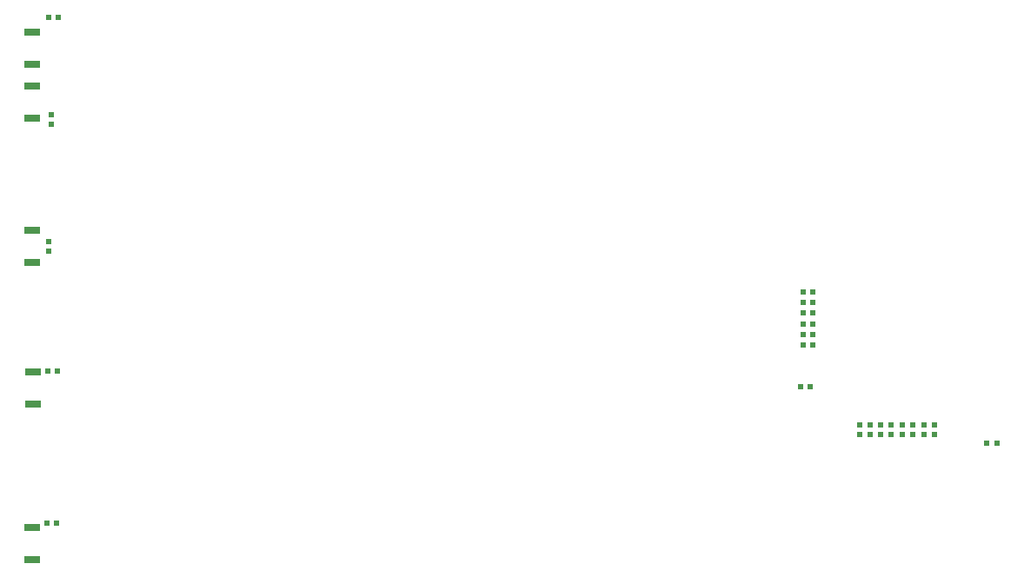
<source format=gbp>
G04 Layer_Color=128*
%FSLAX25Y25*%
%MOIN*%
G70*
G01*
G75*
%ADD13R,0.02284X0.02441*%
%ADD36R,0.02441X0.02284*%
%ADD96R,0.05905X0.02756*%
D13*
X812050Y230900D02*
D03*
X808350D02*
D03*
X812650Y425000D02*
D03*
X808950D02*
D03*
X812250Y289100D02*
D03*
X808550D02*
D03*
X1098350Y319700D02*
D03*
X1102050D02*
D03*
X1098350Y315600D02*
D03*
X1102050D02*
D03*
X1098350Y311500D02*
D03*
X1102050D02*
D03*
X1098350Y307400D02*
D03*
X1102050D02*
D03*
X1098350Y303300D02*
D03*
X1102050D02*
D03*
X1098350Y299200D02*
D03*
X1102050D02*
D03*
X1097350Y283400D02*
D03*
X1101050D02*
D03*
X1172450Y261700D02*
D03*
X1168750D02*
D03*
D36*
X809800Y384050D02*
D03*
Y387750D02*
D03*
X809000Y335350D02*
D03*
Y339050D02*
D03*
X1123900Y264950D02*
D03*
Y268650D02*
D03*
X1148600Y264950D02*
D03*
Y268650D02*
D03*
X1128000Y264950D02*
D03*
Y268650D02*
D03*
X1132100Y264950D02*
D03*
Y268650D02*
D03*
X1136200Y264950D02*
D03*
Y268650D02*
D03*
X1140300Y264950D02*
D03*
Y268650D02*
D03*
X1119800Y264950D02*
D03*
Y268650D02*
D03*
X1144500Y264950D02*
D03*
Y268650D02*
D03*
D96*
X802584Y229301D02*
D03*
Y216899D02*
D03*
X802784Y289001D02*
D03*
Y276599D02*
D03*
X802584Y343301D02*
D03*
Y330899D02*
D03*
X802684Y398701D02*
D03*
Y386299D02*
D03*
Y419401D02*
D03*
Y406999D02*
D03*
M02*

</source>
